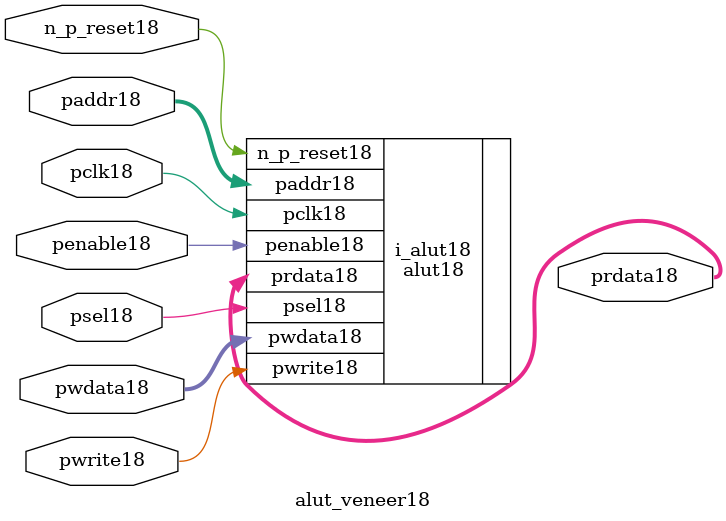
<source format=v>
module alut_veneer18
(   
   // Inputs18
   pclk18,
   n_p_reset18,
   psel18,            
   penable18,       
   pwrite18,         
   paddr18,           
   pwdata18,          

   // Outputs18
   prdata18  
);

   // APB18 Inputs18
   input             pclk18;               // APB18 clock18                          
   input             n_p_reset18;          // Reset18                              
   input             psel18;               // Module18 select18 signal18               
   input             penable18;            // Enable18 signal18                      
   input             pwrite18;             // Write when HIGH18 and read when LOW18  
   input [6:0]       paddr18;              // Address bus for read write         
   input [31:0]      pwdata18;             // APB18 write bus                      

   output [31:0]     prdata18;             // APB18 read bus                       


//-----------------------------------------------------------------------
//##############################################################################
// if the ALUT18 is NOT18 black18 boxed18 
//##############################################################################
`ifndef FV_KIT_BLACK_BOX_LUT18 


alut18 i_alut18 (
        //inputs18
        . n_p_reset18(n_p_reset18),
        . pclk18(pclk18),
        . psel18(psel18),
        . penable18(penable18),
        . pwrite18(pwrite18),
        . paddr18(paddr18[6:0]),
        . pwdata18(pwdata18),

        //outputs18
        . prdata18(prdata18)
);


`else 
//##############################################################################
// if the <module> is black18 boxed18 
//##############################################################################

   // APB18 Inputs18
   wire              pclk18;               // APB18 clock18                          
   wire              n_p_reset18;          // Reset18                              
   wire              psel18;               // Module18 select18 signal18               
   wire              penable18;            // Enable18 signal18                      
   wire              pwrite18;             // Write when HIGH18 and read when LOW18  
   wire  [6:0]       paddr18;              // Address bus for read write         
   wire  [31:0]      pwdata18;             // APB18 write bus                      

   reg   [31:0]      prdata18;             // APB18 read bus                       


`endif

endmodule

</source>
